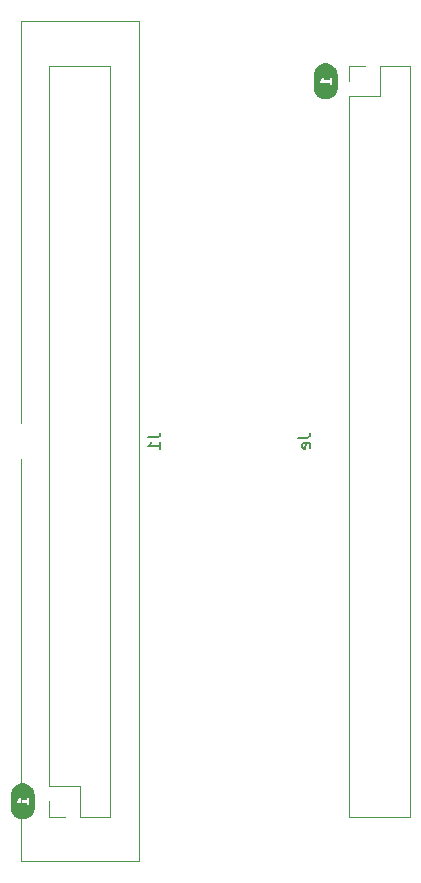
<source format=gbo>
%TF.GenerationSoftware,KiCad,Pcbnew,5.1.12-84ad8e8a86~92~ubuntu20.04.1*%
%TF.CreationDate,2022-04-13T08:29:14-05:00*%
%TF.ProjectId,Twister,54776973-7465-4722-9e6b-696361645f70,rev?*%
%TF.SameCoordinates,Original*%
%TF.FileFunction,Legend,Bot*%
%TF.FilePolarity,Positive*%
%FSLAX46Y46*%
G04 Gerber Fmt 4.6, Leading zero omitted, Abs format (unit mm)*
G04 Created by KiCad (PCBNEW 5.1.12-84ad8e8a86~92~ubuntu20.04.1) date 2022-04-13 08:29:14*
%MOMM*%
%LPD*%
G01*
G04 APERTURE LIST*
%ADD10C,0.150000*%
%ADD11C,0.120000*%
G04 APERTURE END LIST*
D10*
%TO.C,kibuzzard-622EC2D7*%
G36*
X127774039Y-37773769D02*
G01*
X128405731Y-37945219D01*
X128348581Y-38029356D01*
X128286669Y-38097619D01*
X128286669Y-38230969D01*
X129107406Y-38230969D01*
X129107406Y-38426231D01*
X129269331Y-38426231D01*
X129269331Y-37829331D01*
X129107406Y-37829331D01*
X129107406Y-38035706D01*
X128558131Y-38035706D01*
X128614487Y-37934106D01*
X128653381Y-37837269D01*
X128491456Y-37773769D01*
X128454944Y-37856319D01*
X128405731Y-37945219D01*
X127774039Y-37773769D01*
X127774039Y-37575331D01*
X127778873Y-37476926D01*
X127793329Y-37379468D01*
X127817269Y-37283897D01*
X127850461Y-37191132D01*
X127892585Y-37102067D01*
X127943237Y-37017560D01*
X128001927Y-36938425D01*
X128068092Y-36865423D01*
X128141094Y-36799259D01*
X128220229Y-36740568D01*
X128304736Y-36689916D01*
X128393801Y-36647792D01*
X128486565Y-36614600D01*
X128582137Y-36590661D01*
X128679595Y-36576204D01*
X128778000Y-36571370D01*
X128876405Y-36576204D01*
X128973863Y-36590661D01*
X129069435Y-36614600D01*
X129162199Y-36647792D01*
X129251264Y-36689916D01*
X129335771Y-36740568D01*
X129414906Y-36799259D01*
X129487908Y-36865423D01*
X129554073Y-36938425D01*
X129612763Y-37017560D01*
X129663415Y-37102067D01*
X129705539Y-37191132D01*
X129738731Y-37283897D01*
X129762671Y-37379468D01*
X129777127Y-37476926D01*
X129781961Y-37575331D01*
X129781961Y-37773769D01*
X129781961Y-38426231D01*
X129781961Y-38624669D01*
X129777127Y-38723074D01*
X129762671Y-38820532D01*
X129738731Y-38916103D01*
X129705539Y-39008868D01*
X129663415Y-39097933D01*
X129612763Y-39182440D01*
X129554073Y-39261575D01*
X129487908Y-39334577D01*
X129414906Y-39400741D01*
X129335771Y-39459432D01*
X129251264Y-39510084D01*
X129162199Y-39552208D01*
X129069435Y-39585400D01*
X128973863Y-39609339D01*
X128876405Y-39623796D01*
X128778000Y-39628630D01*
X128679595Y-39623796D01*
X128582137Y-39609339D01*
X128486565Y-39585400D01*
X128393801Y-39552208D01*
X128304736Y-39510084D01*
X128220229Y-39459432D01*
X128141094Y-39400741D01*
X128068092Y-39334577D01*
X128001927Y-39261575D01*
X127943237Y-39182440D01*
X127892585Y-39097933D01*
X127850461Y-39008868D01*
X127817269Y-38916103D01*
X127793329Y-38820532D01*
X127778873Y-38723074D01*
X127774039Y-38624669D01*
X127774039Y-38426231D01*
X127774039Y-37773769D01*
G37*
G36*
X102120039Y-98733769D02*
G01*
X102751731Y-98905219D01*
X102694581Y-98989356D01*
X102632669Y-99057619D01*
X102632669Y-99190969D01*
X103453406Y-99190969D01*
X103453406Y-99386231D01*
X103615331Y-99386231D01*
X103615331Y-98789331D01*
X103453406Y-98789331D01*
X103453406Y-98995706D01*
X102904131Y-98995706D01*
X102960487Y-98894106D01*
X102999381Y-98797269D01*
X102837456Y-98733769D01*
X102800944Y-98816319D01*
X102751731Y-98905219D01*
X102120039Y-98733769D01*
X102120039Y-98535331D01*
X102124873Y-98436926D01*
X102139329Y-98339468D01*
X102163269Y-98243897D01*
X102196461Y-98151132D01*
X102238585Y-98062067D01*
X102289237Y-97977560D01*
X102347927Y-97898425D01*
X102414092Y-97825423D01*
X102487094Y-97759259D01*
X102566229Y-97700568D01*
X102650736Y-97649916D01*
X102739801Y-97607792D01*
X102832565Y-97574600D01*
X102928137Y-97550661D01*
X103025595Y-97536204D01*
X103124000Y-97531370D01*
X103222405Y-97536204D01*
X103319863Y-97550661D01*
X103415435Y-97574600D01*
X103508199Y-97607792D01*
X103597264Y-97649916D01*
X103681771Y-97700568D01*
X103760906Y-97759259D01*
X103833908Y-97825423D01*
X103900073Y-97898425D01*
X103958763Y-97977560D01*
X104009415Y-98062067D01*
X104051539Y-98151132D01*
X104084731Y-98243897D01*
X104108671Y-98339468D01*
X104123127Y-98436926D01*
X104127961Y-98535331D01*
X104127961Y-98733769D01*
X104127961Y-99386231D01*
X104127961Y-99584669D01*
X104123127Y-99683074D01*
X104108671Y-99780532D01*
X104084731Y-99876103D01*
X104051539Y-99968868D01*
X104009415Y-100057933D01*
X103958763Y-100142440D01*
X103900073Y-100221575D01*
X103833908Y-100294577D01*
X103760906Y-100360741D01*
X103681771Y-100419432D01*
X103597264Y-100470084D01*
X103508199Y-100512208D01*
X103415435Y-100545400D01*
X103319863Y-100569339D01*
X103222405Y-100583796D01*
X103124000Y-100588630D01*
X103025595Y-100583796D01*
X102928137Y-100569339D01*
X102832565Y-100545400D01*
X102739801Y-100512208D01*
X102650736Y-100470084D01*
X102566229Y-100419432D01*
X102487094Y-100360741D01*
X102414092Y-100294577D01*
X102347927Y-100221575D01*
X102289237Y-100142440D01*
X102238585Y-100057933D01*
X102196461Y-99968868D01*
X102163269Y-99876103D01*
X102139329Y-99780532D01*
X102124873Y-99683074D01*
X102120039Y-99584669D01*
X102120039Y-99386231D01*
X102120039Y-98733769D01*
G37*
D11*
%TO.C,Je*%
X132080000Y-36770000D02*
X130750000Y-36770000D01*
X130750000Y-36770000D02*
X130750000Y-38100000D01*
X133350000Y-36770000D02*
X133350000Y-39370000D01*
X133350000Y-39370000D02*
X130750000Y-39370000D01*
X130750000Y-39370000D02*
X130750000Y-100390000D01*
X135950000Y-100390000D02*
X130750000Y-100390000D01*
X135950000Y-36770000D02*
X135950000Y-100390000D01*
X135950000Y-36770000D02*
X133350000Y-36770000D01*
%TO.C,J1*%
X105350000Y-36770000D02*
X110550000Y-36770000D01*
X105350000Y-97790000D02*
X105350000Y-36770000D01*
X110550000Y-100390000D02*
X110550000Y-36770000D01*
X105350000Y-97790000D02*
X107950000Y-97790000D01*
X107950000Y-97790000D02*
X107950000Y-100390000D01*
X107950000Y-100390000D02*
X110550000Y-100390000D01*
X105350000Y-99060000D02*
X105350000Y-100390000D01*
X105350000Y-100390000D02*
X106680000Y-100390000D01*
X102950000Y-70060000D02*
X102950000Y-104140000D01*
X102950000Y-104140000D02*
X112950000Y-104140000D01*
X112950000Y-104140000D02*
X112950000Y-33020000D01*
X112950000Y-33020000D02*
X102950000Y-33020000D01*
X102950000Y-33020000D02*
X102950000Y-67060000D01*
%TO.C,Je*%
D10*
X126452380Y-68294285D02*
X127166666Y-68294285D01*
X127309523Y-68246666D01*
X127404761Y-68151428D01*
X127452380Y-68008571D01*
X127452380Y-67913333D01*
X127404761Y-69151428D02*
X127452380Y-69056190D01*
X127452380Y-68865714D01*
X127404761Y-68770476D01*
X127309523Y-68722857D01*
X126928571Y-68722857D01*
X126833333Y-68770476D01*
X126785714Y-68865714D01*
X126785714Y-69056190D01*
X126833333Y-69151428D01*
X126928571Y-69199047D01*
X127023809Y-69199047D01*
X127119047Y-68722857D01*
%TO.C,J1*%
X113752380Y-68246666D02*
X114466666Y-68246666D01*
X114609523Y-68199047D01*
X114704761Y-68103809D01*
X114752380Y-67960952D01*
X114752380Y-67865714D01*
X114752380Y-69246666D02*
X114752380Y-68675238D01*
X114752380Y-68960952D02*
X113752380Y-68960952D01*
X113895238Y-68865714D01*
X113990476Y-68770476D01*
X114038095Y-68675238D01*
%TD*%
M02*

</source>
